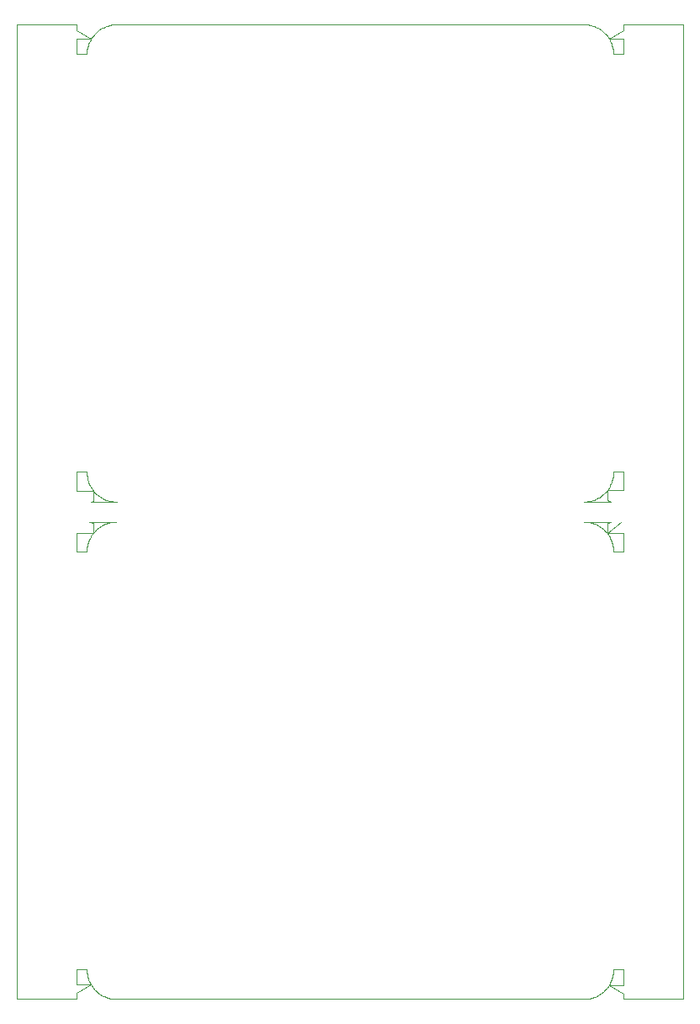
<source format=gbr>
%TF.GenerationSoftware,KiCad,Pcbnew,7.0.11*%
%TF.CreationDate,2024-05-24T13:54:11+08:00*%
%TF.ProjectId,panel,70616e65-6c2e-46b6-9963-61645f706362,rev?*%
%TF.SameCoordinates,Original*%
%TF.FileFunction,Profile,NP*%
%FSLAX46Y46*%
G04 Gerber Fmt 4.6, Leading zero omitted, Abs format (unit mm)*
G04 Created by KiCad (PCBNEW 7.0.11) date 2024-05-24 13:54:11*
%MOMM*%
%LPD*%
G01*
G04 APERTURE LIST*
%TA.AperFunction,Profile*%
%ADD10C,0.100000*%
%TD*%
G04 APERTURE END LIST*
D10*
X80044078Y-70376966D02*
X79913091Y-70454072D01*
X78806566Y-21678811D02*
X78743107Y-21816927D01*
X80748030Y-20095765D02*
X80601897Y-20137578D01*
X130674396Y-117066937D02*
X130776293Y-116954153D01*
X138500010Y-20000000D02*
X133500010Y-20000000D01*
X81196485Y-20015393D02*
X81045706Y-20034595D01*
X77499991Y-71163688D02*
X79127652Y-71163688D01*
X131496151Y-65151948D02*
X131499999Y-65000000D01*
X78500011Y-64999999D02*
X78504124Y-65157006D01*
X131362436Y-22101902D02*
X131313275Y-21958074D01*
X131500010Y-73000014D02*
X131496162Y-72848065D01*
X79072966Y-66763340D02*
X79168579Y-66887944D01*
X78686725Y-21958079D02*
X78637564Y-22101907D01*
X78503839Y-72848066D02*
X78499991Y-73000014D01*
X79612050Y-117331433D02*
X79736654Y-117427046D01*
X79168579Y-116887958D02*
X79270581Y-117007388D01*
X131313271Y-66041926D02*
X131362431Y-65898098D01*
X79223705Y-71045888D02*
X79127652Y-71163688D01*
X79545863Y-70723730D02*
X79433079Y-70825626D01*
X78500011Y-115000013D02*
X78504124Y-115157020D01*
X77499991Y-23000000D02*
X77499991Y-21413101D01*
X128803498Y-70015400D02*
X128651939Y-70003861D01*
X77499991Y-117374940D02*
X78901942Y-116500000D01*
X78743107Y-21816927D02*
X78686725Y-21958079D01*
X130454130Y-70723721D02*
X130336329Y-70627668D01*
X129683070Y-70243124D02*
X129541917Y-70186742D01*
X79127652Y-70164188D02*
X78758064Y-70000513D01*
X129683070Y-20243110D02*
X129541917Y-20186728D01*
X131123058Y-116455935D02*
X131193431Y-116321210D01*
X128651939Y-70003861D02*
X128519736Y-70000513D01*
X81499990Y-20000006D02*
X81348043Y-20003854D01*
X79866091Y-117516007D02*
X80000007Y-117598072D01*
X78699277Y-66075094D02*
X78759382Y-66220198D01*
X79378694Y-117121316D02*
X79492621Y-117229430D01*
X130674393Y-70933095D02*
X130566914Y-70825617D01*
X130086900Y-20454049D02*
X129955912Y-20376942D01*
X131496162Y-72848065D02*
X131484622Y-72696506D01*
X79325601Y-20933090D02*
X79223705Y-21045874D01*
X128651947Y-67996165D02*
X128803506Y-67984626D01*
X78602240Y-115776464D02*
X78646848Y-115927056D01*
X80316917Y-70243134D02*
X80178802Y-70306593D01*
X131313275Y-21958074D02*
X131256892Y-21816921D01*
X130674396Y-67066923D02*
X130776293Y-66954139D01*
X130776290Y-71045879D02*
X130674393Y-70933095D01*
X78901942Y-66499986D02*
X78984006Y-66633902D01*
X129541917Y-20186728D02*
X129398089Y-20137568D01*
X78534581Y-22545715D02*
X78515379Y-22696494D01*
X130336329Y-20627654D02*
X130213814Y-20537691D01*
X130872344Y-71163679D02*
X132285279Y-70000513D01*
X77499991Y-64999999D02*
X78500011Y-64999999D01*
X78565574Y-65623729D02*
X78602240Y-65776450D01*
X131484612Y-115303521D02*
X131496151Y-115151962D01*
X130674393Y-20933081D02*
X130566914Y-20825603D01*
X80044078Y-20376952D02*
X79913091Y-20454058D01*
X130213820Y-117462330D02*
X130336334Y-117372366D01*
X131499999Y-65000000D02*
X132500010Y-65000000D01*
X131404249Y-72248049D02*
X131362436Y-72101916D01*
X131241938Y-68000513D02*
X128499998Y-68000513D01*
X78595752Y-22248039D02*
X78561394Y-22396102D01*
X130872346Y-67836838D02*
X131241938Y-68000513D01*
X130872344Y-71163679D02*
X130776290Y-71045879D01*
X78876940Y-71544101D02*
X78806566Y-71678825D01*
X78876940Y-21544087D02*
X78806566Y-21678811D01*
X131123058Y-21544080D02*
X131045951Y-21413093D01*
X78637564Y-22101907D02*
X78595752Y-22248039D01*
X130776293Y-116954153D02*
X130872346Y-116836352D01*
X131045951Y-21413093D02*
X130962308Y-21286179D01*
X78954047Y-21413101D02*
X77499991Y-20575822D01*
X78646848Y-65927042D02*
X78699277Y-66075094D01*
X78826999Y-116361973D02*
X78901942Y-116500000D01*
X130962308Y-71286193D02*
X130872344Y-71163679D01*
X81480486Y-70000513D02*
X81348043Y-70003868D01*
X80896093Y-20061408D02*
X80748030Y-20095765D01*
X131438599Y-65603901D02*
X131465412Y-65454287D01*
X131256889Y-66183079D02*
X131313271Y-66041926D01*
X128651947Y-117996179D02*
X128803506Y-117984640D01*
X80138034Y-117673016D02*
X80279793Y-117740634D01*
X131241917Y-70000513D02*
X130872344Y-70164179D01*
X131193432Y-21678805D02*
X131123058Y-21544080D01*
X81348043Y-70003868D02*
X81196485Y-70015407D01*
X78504124Y-115157020D02*
X78516448Y-115313596D01*
X79168579Y-66887944D02*
X77499991Y-66887944D01*
X128954278Y-70034601D02*
X128803498Y-70015400D01*
X129821194Y-117693453D02*
X129955918Y-117623080D01*
X80896093Y-70061422D02*
X80748030Y-70095779D01*
X131499999Y-115000014D02*
X132500010Y-115000014D01*
X131404243Y-65751964D02*
X131438599Y-65603901D01*
X132500010Y-23000000D02*
X131500010Y-23000000D01*
X78561394Y-72396116D02*
X78534581Y-72545729D01*
X79866091Y-67515993D02*
X80000007Y-67598058D01*
X81186408Y-67983560D02*
X81342984Y-67995885D01*
X129541917Y-70186742D02*
X129398089Y-70137582D01*
X81499991Y-118000014D02*
X128499998Y-118000027D01*
X130086906Y-117545973D02*
X130213820Y-117462330D01*
X131465412Y-65454287D02*
X131484612Y-65303507D01*
X78503839Y-22848052D02*
X78499991Y-23000000D01*
X129821194Y-67693439D02*
X129955918Y-67623066D01*
X129398089Y-70137582D02*
X129251955Y-70095770D01*
X130454134Y-117276313D02*
X130566918Y-117174416D01*
X79072966Y-116763354D02*
X79168579Y-116887958D01*
X128519736Y-70000513D02*
X131241917Y-70000513D01*
X131438606Y-72396113D02*
X131404249Y-72248049D01*
X131045951Y-71413107D02*
X130962308Y-71286193D01*
X79786177Y-20537701D02*
X79663663Y-20627664D01*
X128499998Y-118000027D02*
X128651947Y-117996179D01*
X131500010Y-23000000D02*
X131496162Y-22848051D01*
X129955912Y-20376942D02*
X129821187Y-20306569D01*
X132500010Y-117999027D02*
X133500010Y-117999027D01*
X130872346Y-66836338D02*
X130872346Y-67836838D01*
X77499991Y-66887944D02*
X77499991Y-64999999D01*
X78806566Y-71678825D02*
X78743107Y-71816941D01*
X80458070Y-20186738D02*
X80316917Y-20243120D01*
X129103899Y-117938625D02*
X129251963Y-117904268D01*
X76499991Y-20000000D02*
X71499991Y-20000000D01*
X80723541Y-117897779D02*
X80876261Y-117934446D01*
X81342984Y-67995885D02*
X81499991Y-68000000D01*
X138500010Y-118000027D02*
X138500010Y-20000000D01*
X130566914Y-20825603D02*
X130454130Y-20723707D01*
X130566918Y-67174402D02*
X130674396Y-67066923D01*
X78561394Y-22396102D02*
X78534581Y-22545715D01*
X80138034Y-67673002D02*
X80279793Y-67740620D01*
X131123058Y-66455921D02*
X131193431Y-66321196D01*
X131484612Y-65303507D02*
X131496151Y-65151948D01*
X79492621Y-117229430D02*
X79612050Y-117331433D01*
X78984006Y-116633916D02*
X79072966Y-116763354D01*
X80876261Y-117934446D02*
X81030691Y-117963071D01*
X131496162Y-22848051D02*
X131484622Y-22696492D01*
X131496151Y-115151962D02*
X131499999Y-115000014D01*
X77499991Y-115000013D02*
X78500011Y-115000013D01*
X132500010Y-73000014D02*
X131500010Y-73000014D01*
X77499991Y-117999027D02*
X77499991Y-117374940D01*
X78515379Y-72696508D02*
X78503839Y-72848066D01*
X129103892Y-20061400D02*
X128954278Y-20034587D01*
X81499991Y-68000513D02*
X78899650Y-68000513D01*
X79736654Y-67427032D02*
X79866091Y-67515993D01*
X80279793Y-67740620D02*
X80424898Y-67800726D01*
X131465412Y-115454301D02*
X131484612Y-115303521D01*
X79492621Y-67229416D02*
X79612050Y-67331419D01*
X79270581Y-117007388D02*
X79378694Y-117121316D01*
X131465420Y-22545712D02*
X131438606Y-22396099D01*
X79270581Y-67007374D02*
X79378694Y-67121302D01*
X80424898Y-67800726D02*
X80572949Y-67853155D01*
X79325601Y-70933104D02*
X79223705Y-71045888D01*
X131045951Y-116586923D02*
X131123058Y-116455935D01*
X132285279Y-70000513D02*
X130872344Y-71163679D01*
X78602240Y-65776450D02*
X78646848Y-65927042D01*
X129955912Y-70376956D02*
X129821187Y-70306583D01*
X130566914Y-70825617D02*
X130454130Y-70723721D01*
X128803498Y-20015386D02*
X128651939Y-20003847D01*
X81030691Y-117963071D02*
X81186408Y-117983574D01*
X129955918Y-117623080D02*
X130086906Y-117545973D01*
X78637564Y-72101921D02*
X78595752Y-72248053D01*
X80601897Y-70137592D02*
X80458070Y-70186752D01*
X131193431Y-116321210D02*
X131256889Y-116183093D01*
X78901942Y-116500000D02*
X78984006Y-116633916D01*
X131193432Y-71678819D02*
X131123058Y-71544094D01*
X129683077Y-117756913D02*
X129821194Y-117693453D01*
X131256892Y-21816921D02*
X131193432Y-21678805D01*
X78743107Y-71816941D02*
X78686725Y-71958093D01*
X80723541Y-67897765D02*
X80876261Y-67934432D01*
X129541924Y-67813281D02*
X129683077Y-67756899D01*
X129103899Y-67938611D02*
X129251963Y-67904254D01*
X79545863Y-20723716D02*
X79433079Y-20825612D01*
X130336334Y-117372366D02*
X130454134Y-117276313D01*
X81030691Y-67963057D02*
X81186408Y-67983560D01*
X131193431Y-66321196D02*
X131256889Y-66183079D01*
X79663663Y-70627678D02*
X79545863Y-70723730D01*
X78565574Y-115623743D02*
X78602240Y-115776464D01*
X133500010Y-20000000D02*
X132500010Y-20000000D01*
X78595752Y-72248053D02*
X78561394Y-72396116D01*
X77499991Y-116500000D02*
X77499991Y-115000013D01*
X129251963Y-117904268D02*
X129398096Y-117862456D01*
X130962309Y-116713837D02*
X131045951Y-116586923D01*
X78699277Y-116075108D02*
X78759382Y-116220212D01*
X132500010Y-20575818D02*
X131045951Y-21413093D01*
X130872346Y-66836338D02*
X130962309Y-66713823D01*
X78954047Y-71413115D02*
X78876940Y-71544101D01*
X129541924Y-117813295D02*
X129683077Y-117756913D01*
X79913091Y-70454072D02*
X79786177Y-70537715D01*
X132500010Y-116586923D02*
X131045951Y-116586923D01*
X80000007Y-117598072D02*
X80138034Y-117673016D01*
X131362431Y-65898098D02*
X131404243Y-65751964D01*
X129398096Y-117862456D02*
X129541924Y-117813295D01*
X131362436Y-72101916D02*
X131313275Y-71958088D01*
X131256889Y-116183093D02*
X131313271Y-116041940D01*
X131484622Y-72696506D02*
X131465420Y-72545726D01*
X129251955Y-70095770D02*
X129103892Y-70061414D01*
X77499991Y-20000000D02*
X76499991Y-20000000D01*
X78504124Y-65157006D02*
X78516448Y-65313582D01*
X133500010Y-118000027D02*
X138500010Y-118000027D01*
X130872344Y-71163679D02*
X132500010Y-71163679D01*
X78499991Y-23000000D02*
X77499991Y-23000000D01*
X79433079Y-70825626D02*
X79325601Y-70933104D01*
X80601897Y-20137578D02*
X80458070Y-20186738D01*
X130776293Y-66954139D02*
X130872346Y-66836338D01*
X132500010Y-115000014D02*
X132500010Y-116586923D01*
X130086906Y-67545959D02*
X130213820Y-67462316D01*
X132500010Y-65000000D02*
X132500010Y-66836338D01*
X79612050Y-67331419D02*
X79736654Y-67427032D01*
X79168579Y-67888444D02*
X79168579Y-66887944D01*
X131313271Y-116041940D02*
X131362431Y-115898112D01*
X79127652Y-71163688D02*
X79127652Y-70164188D01*
X78826999Y-66361959D02*
X78901942Y-66499986D01*
X128954278Y-20034587D02*
X128803498Y-20015386D01*
X79913091Y-20454058D02*
X79786177Y-20537701D01*
X129398096Y-67862442D02*
X129541924Y-67813281D01*
X81186408Y-117983574D02*
X81342984Y-117995899D01*
X129683077Y-67756899D02*
X129821194Y-67693439D01*
X131045951Y-116586923D02*
X132500010Y-117423612D01*
X131313275Y-71958088D02*
X131256892Y-71816935D01*
X81342984Y-117995899D02*
X81499991Y-118000014D01*
X130872344Y-70164179D02*
X130872344Y-71163679D01*
X79037689Y-21286187D02*
X78954047Y-21413101D01*
X132500010Y-20000000D02*
X132500010Y-20575818D01*
X78516448Y-65313582D02*
X78536950Y-65469299D01*
X78536950Y-115469313D02*
X78565574Y-115623743D01*
X79223705Y-21045874D02*
X79127652Y-21163674D01*
X78499991Y-73000014D02*
X77499991Y-73000014D01*
X128499998Y-68000013D02*
X128651947Y-67996165D01*
X130776290Y-21045865D02*
X130674393Y-20933081D01*
X78646848Y-115927056D02*
X78699277Y-116075108D01*
X80178802Y-20306579D02*
X80044078Y-20376952D01*
X79127652Y-21163674D02*
X79037689Y-21286187D01*
X81045706Y-70034609D02*
X80896093Y-70061422D01*
X80572949Y-117853169D02*
X80723541Y-117897779D01*
X130213820Y-67462316D02*
X130336334Y-67372352D01*
X130336334Y-67372352D02*
X130454134Y-67276299D01*
X128954286Y-67965425D02*
X129103899Y-67938611D01*
X128803506Y-67984626D02*
X128954286Y-67965425D01*
X78516448Y-115313596D02*
X78536950Y-115469313D01*
X80458070Y-70186752D02*
X80316917Y-70243134D01*
X77499991Y-21413101D02*
X78954047Y-21413101D01*
X79168579Y-66887944D02*
X79270581Y-67007374D01*
X78759382Y-116220212D02*
X78826999Y-116361973D01*
X131438606Y-22396099D02*
X131404249Y-22248035D01*
X80000007Y-67598058D02*
X80138034Y-67673002D01*
X81196485Y-70015407D02*
X81045706Y-70034609D01*
X78534581Y-72545729D02*
X78515379Y-72696508D01*
X78899650Y-68000513D02*
X79168579Y-67888444D01*
X79663663Y-20627664D02*
X79545863Y-20723716D01*
X130566918Y-117174416D02*
X130674396Y-117066937D01*
X131438599Y-115603915D02*
X131465412Y-115454301D01*
X78758064Y-70000513D02*
X81480486Y-70000513D01*
X81348043Y-20003854D02*
X81196485Y-20015393D01*
X131045951Y-66586909D02*
X131123058Y-66455921D01*
X132500010Y-21413093D02*
X132500010Y-23000000D01*
X131404243Y-115751978D02*
X131438599Y-115603915D01*
X80572949Y-67853155D02*
X80723541Y-67897765D01*
X131362431Y-115898112D02*
X131404243Y-115751978D01*
X129398089Y-20137568D02*
X129251955Y-20095756D01*
X78901942Y-116500000D02*
X77499991Y-116500000D01*
X128651939Y-20003847D02*
X128499991Y-20000000D01*
X77499991Y-73000014D02*
X77499991Y-71163688D01*
X80876261Y-67934432D02*
X81030691Y-67963057D01*
X80424898Y-117800740D02*
X80572949Y-117853169D01*
X78515379Y-22696494D02*
X78503839Y-22848052D01*
X131045951Y-21413093D02*
X132500010Y-21413093D01*
X131465420Y-72545726D02*
X131438606Y-72396113D01*
X76499991Y-117999027D02*
X77499991Y-117999027D01*
X128954286Y-117965439D02*
X129103899Y-117938625D01*
X128499991Y-20000000D02*
X81499990Y-20000006D01*
X130213814Y-70537705D02*
X130086900Y-70454063D01*
X130213814Y-20537691D02*
X130086900Y-20454049D01*
X78984006Y-66633902D02*
X79072966Y-66763340D01*
X79378694Y-67121302D02*
X79492621Y-67229416D01*
X131256892Y-71816935D02*
X131193432Y-71678819D01*
X130872344Y-21163665D02*
X130776290Y-21045865D01*
X81045706Y-20034595D02*
X80896093Y-20061408D01*
X80279793Y-117740634D02*
X80424898Y-117800740D01*
X130872346Y-116836352D02*
X130962309Y-116713837D01*
X132500010Y-117423612D02*
X132500010Y-117999027D01*
X71499991Y-20000000D02*
X71499991Y-118000027D01*
X130336329Y-70627668D02*
X130213814Y-70537705D01*
X130962308Y-21286179D02*
X130872344Y-21163665D01*
X79127652Y-71163688D02*
X79037689Y-71286201D01*
X77499991Y-20575822D02*
X77499991Y-20000000D01*
X79433079Y-20825612D02*
X79325601Y-20933090D01*
X78759382Y-66220198D02*
X78826999Y-66361959D01*
X131484622Y-22696492D02*
X131465420Y-22545712D01*
X129251955Y-20095756D02*
X129103892Y-20061400D01*
X128803506Y-117984640D02*
X128954286Y-117965439D01*
X132500010Y-71163679D02*
X132500010Y-73000014D01*
X129821187Y-20306569D02*
X129683070Y-20243110D01*
X80178802Y-70306593D02*
X80044078Y-70376966D01*
X129103892Y-70061414D02*
X128954278Y-70034601D01*
X79736654Y-117427046D02*
X79866091Y-117516007D01*
X79786177Y-70537715D02*
X79663663Y-70627678D01*
X79037689Y-71286201D02*
X78954047Y-71413115D01*
X129251963Y-67904254D02*
X129398096Y-67862442D01*
X78954047Y-21413101D02*
X78876940Y-21544087D01*
X129955918Y-67623066D02*
X130086906Y-67545959D01*
X131123058Y-71544094D02*
X131045951Y-71413107D01*
X78686725Y-71958093D02*
X78637564Y-72101921D01*
X80748030Y-70095779D02*
X80601897Y-70137592D01*
X130086900Y-70454063D02*
X129955912Y-70376956D01*
X71499991Y-118000027D02*
X76499991Y-118000027D01*
X132500010Y-66836338D02*
X130872346Y-66836338D01*
X129821187Y-70306583D02*
X129683070Y-70243124D01*
X78536950Y-65469299D02*
X78565574Y-65623729D01*
X131404249Y-22248035D02*
X131362436Y-22101902D01*
X130454134Y-67276299D02*
X130566918Y-67174402D01*
X130962309Y-66713823D02*
X131045951Y-66586909D01*
X80316917Y-20243120D02*
X80178802Y-20306579D01*
X130454130Y-20723707D02*
X130336329Y-20627654D01*
M02*

</source>
